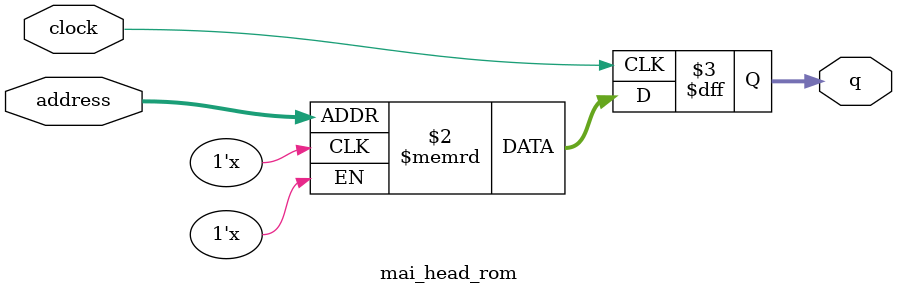
<source format=sv>
module mai_head_rom (
	input logic clock,
	input logic [11:0] address,
	output logic [2:0] q
);

logic [2:0] memory [0:2499] /* synthesis ram_init_file = "./mai_head/mai_head.COE" */;

always_ff @ (posedge clock) begin
	q <= memory[address];
end

endmodule

</source>
